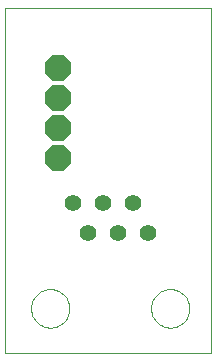
<source format=gbl>
G75*
G70*
%OFA0B0*%
%FSLAX24Y24*%
%IPPOS*%
%LPD*%
%AMOC8*
5,1,8,0,0,1.08239X$1,22.5*
%
%ADD10C,0.0000*%
%ADD11C,0.0554*%
%ADD12OC8,0.0850*%
D10*
X000100Y001704D02*
X000100Y013200D01*
X006970Y013200D01*
X006970Y001704D01*
X000100Y001704D01*
X000960Y003204D02*
X000962Y003254D01*
X000968Y003304D01*
X000978Y003353D01*
X000991Y003402D01*
X001009Y003449D01*
X001030Y003495D01*
X001054Y003538D01*
X001082Y003580D01*
X001113Y003620D01*
X001147Y003657D01*
X001184Y003691D01*
X001224Y003722D01*
X001266Y003750D01*
X001309Y003774D01*
X001355Y003795D01*
X001402Y003813D01*
X001451Y003826D01*
X001500Y003836D01*
X001550Y003842D01*
X001600Y003844D01*
X001650Y003842D01*
X001700Y003836D01*
X001749Y003826D01*
X001798Y003813D01*
X001845Y003795D01*
X001891Y003774D01*
X001934Y003750D01*
X001976Y003722D01*
X002016Y003691D01*
X002053Y003657D01*
X002087Y003620D01*
X002118Y003580D01*
X002146Y003538D01*
X002170Y003495D01*
X002191Y003449D01*
X002209Y003402D01*
X002222Y003353D01*
X002232Y003304D01*
X002238Y003254D01*
X002240Y003204D01*
X002238Y003154D01*
X002232Y003104D01*
X002222Y003055D01*
X002209Y003006D01*
X002191Y002959D01*
X002170Y002913D01*
X002146Y002870D01*
X002118Y002828D01*
X002087Y002788D01*
X002053Y002751D01*
X002016Y002717D01*
X001976Y002686D01*
X001934Y002658D01*
X001891Y002634D01*
X001845Y002613D01*
X001798Y002595D01*
X001749Y002582D01*
X001700Y002572D01*
X001650Y002566D01*
X001600Y002564D01*
X001550Y002566D01*
X001500Y002572D01*
X001451Y002582D01*
X001402Y002595D01*
X001355Y002613D01*
X001309Y002634D01*
X001266Y002658D01*
X001224Y002686D01*
X001184Y002717D01*
X001147Y002751D01*
X001113Y002788D01*
X001082Y002828D01*
X001054Y002870D01*
X001030Y002913D01*
X001009Y002959D01*
X000991Y003006D01*
X000978Y003055D01*
X000968Y003104D01*
X000962Y003154D01*
X000960Y003204D01*
X004960Y003204D02*
X004962Y003254D01*
X004968Y003304D01*
X004978Y003353D01*
X004991Y003402D01*
X005009Y003449D01*
X005030Y003495D01*
X005054Y003538D01*
X005082Y003580D01*
X005113Y003620D01*
X005147Y003657D01*
X005184Y003691D01*
X005224Y003722D01*
X005266Y003750D01*
X005309Y003774D01*
X005355Y003795D01*
X005402Y003813D01*
X005451Y003826D01*
X005500Y003836D01*
X005550Y003842D01*
X005600Y003844D01*
X005650Y003842D01*
X005700Y003836D01*
X005749Y003826D01*
X005798Y003813D01*
X005845Y003795D01*
X005891Y003774D01*
X005934Y003750D01*
X005976Y003722D01*
X006016Y003691D01*
X006053Y003657D01*
X006087Y003620D01*
X006118Y003580D01*
X006146Y003538D01*
X006170Y003495D01*
X006191Y003449D01*
X006209Y003402D01*
X006222Y003353D01*
X006232Y003304D01*
X006238Y003254D01*
X006240Y003204D01*
X006238Y003154D01*
X006232Y003104D01*
X006222Y003055D01*
X006209Y003006D01*
X006191Y002959D01*
X006170Y002913D01*
X006146Y002870D01*
X006118Y002828D01*
X006087Y002788D01*
X006053Y002751D01*
X006016Y002717D01*
X005976Y002686D01*
X005934Y002658D01*
X005891Y002634D01*
X005845Y002613D01*
X005798Y002595D01*
X005749Y002582D01*
X005700Y002572D01*
X005650Y002566D01*
X005600Y002564D01*
X005550Y002566D01*
X005500Y002572D01*
X005451Y002582D01*
X005402Y002595D01*
X005355Y002613D01*
X005309Y002634D01*
X005266Y002658D01*
X005224Y002686D01*
X005184Y002717D01*
X005147Y002751D01*
X005113Y002788D01*
X005082Y002828D01*
X005054Y002870D01*
X005030Y002913D01*
X005009Y002959D01*
X004991Y003006D01*
X004978Y003055D01*
X004968Y003104D01*
X004962Y003154D01*
X004960Y003204D01*
D11*
X004850Y005704D03*
X004350Y006704D03*
X003850Y005704D03*
X003350Y006704D03*
X002850Y005704D03*
X002350Y006704D03*
D12*
X001850Y008204D03*
X001850Y009204D03*
X001850Y010204D03*
X001850Y011204D03*
M02*

</source>
